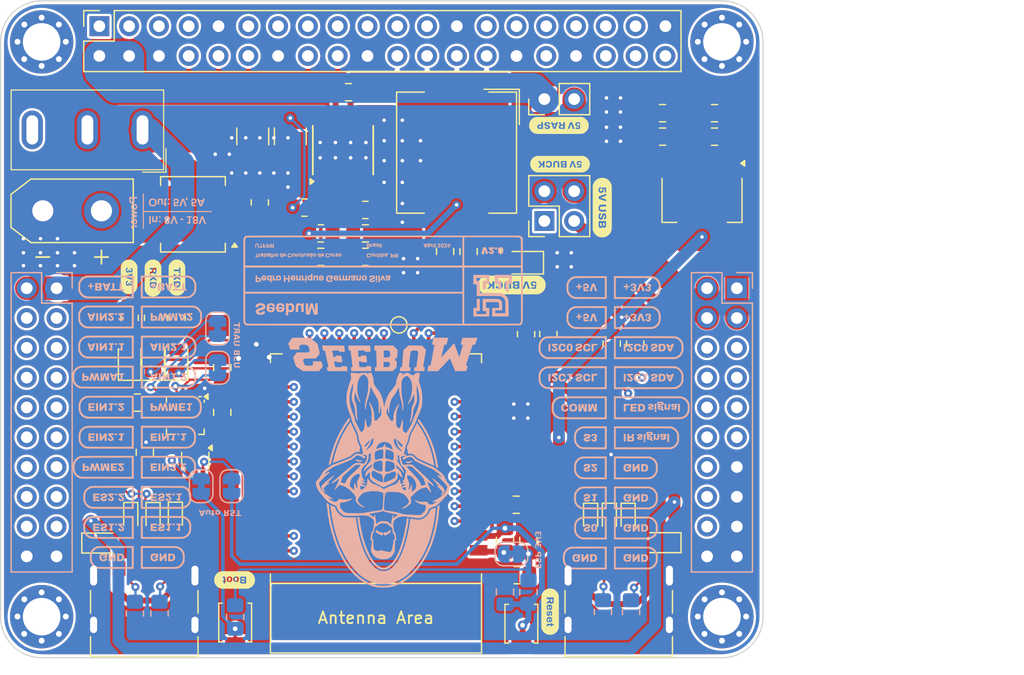
<source format=kicad_pcb>
(kicad_pcb (version 20240108) (generator "pcbnew") (generator_version "8.0")
  (layers (0 "F.Cu" signal) (1 "In1.Cu" signal) (2 "In2.Cu" signal) (31 "B.Cu" signal) (34 "B.Paste" user) (35 "F.Paste" user) (36 "B.SilkS" user "B.Silkscreen") (37 "F.SilkS" user "F.Silkscreen") (38 "B.Mask" user) (39 "F.Mask" user) (44 "Edge.Cuts" user))
  (net 0 "")
  (net 1 "+3V3")
  (net 2 "GND")
  (net 3 "/ESP32/CHIP_PU")
  (net 4 "+5V")
  (net 5 "VBUS")
  (net 6 "Net-(U202-VDD5)")
  (net 7 "Net-(U202-VIO)")
  (net 8 "Net-(U301-VREG5)")
  (net 9 "+BATT")
  (net 10 "Net-(U301-VBST)")
  (net 11 "Net-(U301-SW)")
  (net 12 "Net-(U301-VFB)")
  (net 13 "Net-(D201-A)")
  (net 14 "Net-(D202-A)")
  (net 15 "/ESP32/U0RXD")
  (net 16 "Net-(D203-A)")
  (net 17 "/ESP32/U0TXD")
  (net 18 "/ESP32/D+")
  (net 19 "/ESP32/D-")
  (net 20 "/ESP32/GPIO20")
  (net 21 "/ESP32/GPIO19")
  (net 22 "Net-(D301-A)")
  (net 23 "Net-(J101-Pin_2)")
  (net 24 "/5V_RASP")
  (net 26 "/5V_PSU")
  (net 27 "/5V_ESP32")
  (net 29 "Net-(J201-CC1)")
  (net 30 "Net-(J201-CC2)")
  (net 33 "Net-(J202-CC1)")
  (net 34 "Net-(J202-CC2)")
  (net 62 "/ESP32/ESP32_3V3")
  (net 63 "Net-(JP202-B)")
  (net 64 "Net-(JP203-B)")
  (net 65 "/ESP32/GPIO5")
  (net 66 "Net-(JP206-A)")
  (net 67 "Net-(JP207-A)")
  (net 68 "/ESP32/GPIO0")
  (net 69 "Net-(Q101-G)")
  (net 70 "Net-(Q101-S)")
  (net 71 "/ESP32/RTS")
  (net 72 "/ESP32/DTR")
  (net 73 "Net-(U301-EN)")
  (net 74 "Net-(U301-PG)")
  (net 76 "/ESP32/AIN1.2")
  (net 77 "/ESP32/EIN2.2")
  (net 78 "/ESP32/GPIO7")
  (net 79 "/ESP32/AIN1.1")
  (net 80 "/ESP32/EIN1.1")
  (net 81 "/ESP32/EIN1.2")
  (net 82 "/ESP32/GPIO12")
  (net 83 "/ESP32/GPIO18")
  (net 84 "/ESP32/COMM")
  (net 86 "/ESP32/GPIO6")
  (net 87 "/ESP32/AIN2.2")
  (net 88 "/ESP32/E1_Signal2")
  (net 90 "/ESP32/E2_Signal2")
  (net 96 "/ESP32/E2_Signal1")
  (net 97 "/ESP32/EIN2.1")
  (net 98 "/ESP32/GPIO48")
  (net 101 "/ESP32/GPIO40")
  (net 102 "/ESP32/GPIO35")
  (net 103 "/ESP32/E1_Signal1")
  (net 104 "/ESP32/GPIO8")
  (net 105 "/ESP32/GPIO15")
  (net 106 "/ESP32/GPIO16")
  (net 107 "/ESP32/GPIO11")
  (net 108 "/ESP32/GPIO4")
  (net 109 "/ESP32/GPIO10")
  (net 110 "/ESP32/GPIO9")
  (net 111 "/ESP32/AIN2.1")
  (footprint "Resistor_SMD:R_0805_2012Metric_Pad1.20x1.40mm_HandSolder" (layer "F.Cu") (at 161.0475 104.585 90)
    (property "Reference" "R201" (hide yes))
    (property "Value" "10k")
  )
  (footprint "Capacitor_SMD:C_0805_2012Metric_Pad1.18x1.45mm_HandSolder" (layer "F.Cu") (at 162.01 101.585)
    (property "Reference" "C203" (hide yes))
    (property "Value" "1u")
  )
  (footprint "LED_SMD:LED_0805_2012Metric" (layer "F.Cu") (at 129.0475 89.29 90)
    (property "Reference" "D201" (hide yes))
    (property "Value" "RED")
  )
  (footprint "Custom:M2.5M3" (layer "F.Cu") (at 179.5475 62.125)
    (property "Reference" "H102" (hide yes))
    (property "Value" "MountingHole")
  )
  (footprint "Resistor_SMD:R_0805_2012Metric" (layer "F.Cu") (at 164.7475 87.04 90)
    (property "Reference" "R103" (hide yes))
    (property "Value" "4k7")
  )
  (footprint "Capacitor_SMD:C_0805_2012Metric_Pad1.18x1.45mm_HandSolder" (layer "F.Cu") (at 130.3475 97.115 90)
    (property "Reference" "C209" (hide yes))
    (property "Value" "10u")
  )
  (footprint "Resistor_SMD:R_0805_2012Metric" (layer "F.Cu") (at 170.1475 87.8525 -90)
    (property "Reference" "R211" (hide yes))
    (property "Value" "4k7")
  )
  (footprint "Resistor_SMD:R_0805_2012Metric_Pad1.20x1.40mm_HandSolder" (layer "F.Cu") (at 149.1475 80.4525)
    (property "Reference" "R304" (hide yes))
    (property "Value" "49k9")
  )
  (footprint "Inductor_SMD:L_Bourns_SRP1050WA" (layer "F.Cu") (at 156.9225 71.565 -90)
    (property "Reference" "L301" (hide yes))
    (property "Value" "3u3")
  )
  (footprint "LOGO" (layer "F.Cu") (at 138 108 180)
    (property "Reference" "G***" (hide yes))
    (property "Value" "LOGO" (hide yes))
  )
  (footprint "Connector_PinSocket_2.54mm:PinSocket_2x20_P2.54mm_Vertical" (layer "F.Cu") (at 126.4675 60.785 90)
    (property "Reference" "J401" (hide yes))
    (property "Value" "GPIO")
  )
  (footprint "Custom:M2.5M3" (layer "F.Cu") (at 121.5475 111.125)
    (property "Reference" "H103" (hide yes))
    (property "Value" "MountingHole")
  )
  (footprint "Package_SO:SO-8_5.3x6.2mm_P1.27mm" (layer "F.Cu") (at 134.4475 76.825 180)
    (property "Reference" "Q101" (hide yes))
    (property "Value" "AO4407")
  )
  (footprint "Diode_SMD:D_SOD-323" (layer "F.Cu") (at 174.4475 104.817944 180)
    (property "Reference" "D210" (hide yes))
    (property "Value" "D_Schottky")
  )
  (footprint "Custom:M2.5M3" (layer "F.Cu") (at 179.5475 111.125)
    (property "Reference" "H104" (hide yes))
    (property "Value" "MountingHole")
  )
  (footprint "Package_TO_SOT_SMD:SOT-363_SC-70-6" (layer "F.Cu") (at 134.6475 97.815 -90)
    (property "Reference" "Q201" (hide yes))
    (property "Value" "UMH3N")
  )
  (footprint "LOGO" (layer "F.Cu") (at 165.7475 72.5525 180)
    (property "Reference" "G***" (hide yes))
    (property "Value" "LOGO" (hide yes))
  )
  (footprint "Resistor_SMD:R_0805_2012Metric" (layer "F.Cu") (at 172.1475 87.8525 90)
    (property "Reference" "R212" (hide yes))
    (property "Value" "4k7")
  )
  (footprint "Resistor_SMD:R_0805_2012Metric_Pad1.20x1.40mm_HandSolder" (layer "F.Cu") (at 133.0475 85.6525 -90)
    (property "Reference" "R206" (hide yes))
    (property "Value" "1k")
  )
  (footprint "Package_TO_SOT_SMD:SOT-223-3_TabPin2" (layer "F.Cu") (at 177.8475 75.6025 -90)
    (property "Reference" "U203" (hide yes))
    (property "Value" "AMS1117-3.3")
  )
  (footprint "Resistor_SMD:R_0805_2012Metric" (layer "F.Cu") (at 140.1475 75.8125 -90)
    (property "Reference" "R101" (hide yes))
    (property "Value" "2k")
  )
  (footprint "Package_DFN_QFN:TQFN-16-1EP_3x3mm_P0.5mm_EP1.23x1.23mm" (layer "F.Cu") (at 133.7975 93.9775 -90)
    (property "Reference" "U202" (hide yes))
    (property "Value" "CH343P")
  )
  (footprint "Diode_SMD:D_SOD-523" (layer "F.Cu") (at 171.5475 102.715 -90)
    (property "Reference" "D209" (hide yes))
    (property "Value" "D_TVS")
  )
  (footprint "Diode_SMD:D_SOD-523" (layer "F.Cu") (at 169.9475 102.715 -90)
    (property "Reference" "D211" (hide yes))
    (property "Value" "D_TVS")
  )
  (footprint "Resistor_SMD:R_0805_2012Metric_Pad1.20x1.40mm_HandSolder" (layer "F.Cu") (at 159.9475 79.9525 -90)
    (property "Reference" "R305" (hide yes))
    (property "Value" "1k")
  )
  (footprint "Capacitor_SMD:C_0805_2012Metric_Pad1.18x1.45mm_HandSolder" (layer "F.Cu") (at 178.91 68.2025)
    (property "Reference" "C206" (hide yes))
    (property "Value" "0u1")
  )
  (footprint "Custom:5Amp_Switch" (layer "F.Cu") (at 125.4475 69.625 180)
    (property "Reference" "SW101" (hide yes))
    (property "Value" "SW_DPDT_x2" (hide yes))
  )
  (footprint "Connector_PinHeader_2.54mm:PinHeader_2x02_P2.54mm_Vertical" (layer "F.Cu") (at 164.4075 77.3925 90)
    (property "Reference" "J102" (hide yes))
    (property "Value" "Conn_01x04_Pin")
  )
  (footprint "Diode_SMD:D_SOD-523" (layer "F.Cu") (at 132.9475 102.625 -90)
    (property "Reference" "D205" (hide yes))
    (property "Value" "D_TVS")
  )
  (footprint "Capacitor_SMD:C_0805_2012Metric_Pad1.18x1.45mm_HandSolder" (layer "F.Cu") (at 155.9475 79.99 -90)
    (property "Reference" "C307" (hide yes))
    (property "Value" "22u")
  )
  (footprint "LOGO" (layer "F.Cu") (at 164.9 110.7 -90)
    (property "Reference" "G***" (hide yes))
    (property "Value" "LOGO" (hide yes))
  )
  (footprint "Resistor_SMD:R_0805_2012Metric_Pad1.20x1.40mm_HandSolder" (layer "F.Cu") (at 131.0475 85.6525 -90)
    (property "Reference" "R205" (hide yes))
    (property "Value" "1k")
  )
  (footprint "TestPoint:TestPoint_Pad_D1.0mm" (layer "F.Cu") (at 152.0025 86.2525)
    (property "Reference" "TP201" (hide yes))
    (property "Value" "TestPoint")
  )
  (footprint "Connector_USB:USB_C_Receptacle_G-Switch_GT-USB-7010ASV" (layer "F.Cu") (at 130.2975 110.75)
    (property "Reference" "J201" (hide yes))
    (property "Value" "USB_C_Receptacle_USB2.0_16P")
  )
  (footprint "Package_SO:Texas_HSOP-8-1EP_3.9x4.9mm_P1.27mm_ThermalVias" (layer "F.Cu") (at 147.2425 71.3525 90)
    (property "Reference" "U301" (hide yes))
    (property "Value" "TPS56528")
  )
  (footprint "Capacitor_SMD:C_0805_2012Metric_Pad1.18x1.45mm_HandSolder" (layer "F.Cu") (at 129.71 92.8775 180)
    (property "Reference" "C210" (hide yes))
    (property "Value" "0U1")
  )
  (footprint "Resistor_SMD:R_0805_2012Metric" (layer "F.Cu") (at 162.8475 87.04 -90)
    (property "Reference" "R102" (hide yes))
    (property "Value" "4k7")
  )
  (footprint "Resistor_SMD:R_0805_2012Metric_Pad1.20x1.40mm_HandSolder" (layer "F.Cu") (at 129.0475 85.6525 -90)
    (property "Reference" "R204" (hide yes))
    (property "Value" "1k")
  )
  (footprint "Diode_SMD:D_SOD-523" (layer "F.Cu") (at 168.3475 102.715 -90)
    (property "Reference" "D208" (hide yes))
    (property "Value" "D_TVS")
  )
  (footprint "PCM_Espressif:ESP32-S3-WROOM-1" (layer "F.Cu") (at 150.05 98.4725 180)
    (property "Reference" "U201" (hide yes))
    (property "Value" "ESP32-S3-WROOM-1")
  )
  (footprint "LOGO" (layer "F.Cu") (at 165.6475 69.2525 180)
    (property "Reference" "G***" (hide yes))
    (property "Value" "LOGO" (hide yes))
  )
  (footprint "LED_SMD:LED_0805_2012Metric" (layer "F.Cu") (at 162.6475 80.9525 180)
    (property "Reference" "D301" (hide yes))
    (property "Value" "RED")
  )
  (footprint "Resistor_SMD:R_0805_2012Metric_Pad1.20x1.40mm_HandSolder" (layer "F.Cu") (at 149.1475 76.4525)
    (property "Reference" "R302" (hide yes))
    (property "Value" "105k")
  )
  (footprint "Diode_SMD:D_SOD-323" (layer "F.Cu") (at 126.584556 104.85)
    (property "Reference" "D204" (hide yes))
    (property "Value" "D_Schottky")
  )
  (footprint "Capacitor_SMD:C_0805_2012Metric_Pad1.18x1.45mm_HandSolder" (layer "F.Cu") (at 136.9475 89.89 -90)
    (property "Reference" "C211" (hide yes))
    (property "Value" "0u1")
  )
  (footprint "LED_SMD:LED_0805_2012Metric" (layer "F.Cu") (at 131.0475 89.29 90)
    (property "Reference" "D202" (hide yes))
    (property "Value" "BLUE")
  )
  (footprint "Connector_AMASS:AMASS_XT30UPB-M_1x02_P5.0mm_Vertical" (layer "F.Cu") (at 121.6475 76.525)
    (property "Reference" "J101" (hide yes))
    (property "Value" "Conn_01x02_Pin")
  )
  (footprint "Capacitor_SMD:C_0805_2012Metric_Pad1.18x1.45mm_HandSolder" (layer "F.Cu") (at 145.3475 80.4525)
    (property "Reference" "C304" (hide yes))
    (property "Value" "5p1")
  )
  (footprint "Custom:M2.5M3" (layer "F.Cu") (at 121.5475 62.125)
    (property "Reference" "H101" (hide yes))
    (property "Value" "MountingHole")
  )
  (footprint "Button_Switch_SMD:SW_SPST_B3U-1000P" (layer "F.Cu") (at 162.4475 111.725 90)
    (property "Reference" "SW201" (hide yes))
    (property "Value" "SW_MEC_5E")
  )
  (footprint "Capacitor_SMD:C_0805_2012Metric_Pad1.18x1.45mm_HandSolder" (layer "F.Cu") (at 162.085 107.585 180)
    (property "Reference" "C201" (hide yes))
    (property "Value" "10u")
  )
  (footprint "Capacitor_SMD:C_1210_3225Metric_Pad1.33x2.70mm_HandSolder" (layer "F.Cu") (at 139.5475 70.1775 -90)
    (property "Reference" "C302" (hide yes))
    (property "Value" "10u")
  )
  (footprint "Diode_SMD:D_SOD-523" (layer "F.Cu") (at 131.0475 102.6525 -90)
    (property "Reference" "D206" (hide yes))
    (property "Value" "D_TVS")
  )
  (footprint "Button_Switch_SMD:SW_SPST_B3U-1000P" (layer "F.Cu") (at 138.0475 111.625 90)
    (property "Reference" "SW202" (hide yes))
    (property "Value" "SW_MEC_5E")
  )
  (footprint "LED_SMD:LED_0805_2012Metric" (layer "F.Cu") (at 133.0475 89.29 90)
    (property "Reference" "D203" (hide yes))
    (property "Value" "GREEN")
  )
  (footprint "Capacitor_SMD:C_1210_3225Metric_Pad1.33x2.70mm_HandSolder" (layer "F.Cu") (at 142.7475 70.1775 -90)
    (property "Reference" "C306" (hide yes))
    (property "Value" "10u")
  )
  (footprint "Diode_SMD:D_SOD-523" (layer "F.Cu") (at 129.1475 102.6525 -90)
    (property "Reference" "D207" (hide yes))
    (property "Value" "D_TVS")
  )
  (footprint "LOGO" (layer "F.Cu") (at 169.3475 76.2525 -90)
    (property "Reference" "G***" (hide yes))
    (property "Value" "LOGO" (hide yes))
  )
  (footprint "Capacitor_SMD:C_0805_2012Metric_Pad1.18x1.45mm_HandSolder" (layer "F.Cu") (at 149.1475 78.4525)
    (property "Reference" "C301" (hide yes))
    (property "Value" "470n")
  )
  (footprint "Connector_USB:USB_C_Receptacle_G-Switch_GT-USB-7010ASV" (layer "F.Cu") (at 170.7475 110.75)
    (property "Reference" "J202" (hide yes))
    (property "Value" "USB_C_Receptacle_USB2.0_16P")
  )
  (footprint "Resistor_SMD:R_0805_2012Metric_Pad1.20x1.40mm_HandSolder" (layer "F.Cu") (at 145.3475 78.4525)
    (property "Reference" "R303" (hide yes))
    (property "Value" "365k")
  )
  (footprint "Capacitor_SMD:C_0805_2012Metric_Pad1.18x1.45mm_HandSolder" (layer "F.Cu") (at 174.485 70.2025 180)
    (property "Reference" "C205" (hide yes))
    (property "Value" "0u1")
  )
  (footprint "Capacitor_SMD:C_0805_2012Metric_Pad1.18x1.45mm_HandSolder" (layer "F.Cu") (at 178.91 70.2025)
    (property "Reference" "C207" (hide yes))
    (property "Value" "10u")
  )
  (footprint "LOGO" (layer "F.Cu") (at 161.6475 82.8525 180)
    (property "Reference" "G***" (hide yes))
    (property "Value" "LOGO" (hide yes))
  )
  (footprint "Capacitor_SMD:C_0805_2012Metric_Pad1.18x1.45mm_HandSolder" (layer "F.Cu") (at 136.9475 93.715 90)
    (property "Reference" "C212" (hide yes))
    (property "Value" "0u1")
  )
  (footprint "Connector_PinHeader_2.54mm:PinHeader_1x02_P2.54mm_Vertical" (layer "F.Cu") (at 164.4075 67.0025 90)
    (property "Reference" "J103" (hide yes))
    (property "Value" "Conn_01x02_Pin")
  )
  (footprint "Resistor_SMD:R_0805_2012Metric_Pad1.20x1.40mm_HandSolder" (layer "F.Cu") (at 143.9475 76.2525)
    (property "Reference" "R301" (hide yes))
    (property "Value" "10k")
  )
  (footprint "Capacitor_SMD:C_0805_2012Metric_Pad1.18x1.45mm_HandSolder" (layer "F.Cu") (at 157.9475 79.99 -90)
    (property "Reference" "C305" (hide yes))
    (property "Value" "22u")
  )
  (footprint "Capacitor_SMD:C_0805_2012Metric_Pad1.18x1.45mm_HandSolder" (layer "F.Cu") (at 174.485 68.2025 180)
    (property "Reference" "C204" (hide yes))
    (property "Value" "10u")
  )
  (footprint "LOGO" (layer "F.Cu") (at 131.0475 82.2525 -90)
    (property "Reference" "G***" (hide yes))
    (property "Value" "LOGO" (hide yes))
  )
  (footprint "Capacitor_SMD:C_0805_2012Metric_Pad1.18x1.45mm_HandSolder" (layer "F.Cu") (at 163.0475 104.6225 90)
    (property "Reference" "C202" (hide yes))
    (property "Value" "0u1")
  )
  (footprint "Capacitor_SMD:C_0805_2012Metric_Pad1.18x1.45mm_HandSolder" (layer "F.Cu") (at 147.71 66.415)
    (property "Reference" "C303" (hide yes))
    (property "Value" "0u1")
  )
  (footprint "LOGO" (layer "B.Cu") (at 129.6975 94.5525)
    (property "Reference" "G***" (hide yes))
    (property "Value" "LOGO" (hide yes))
  )
  (footprint "Connector_PinHeader_2.54mm:PinHeader_2x10_P2.54mm_Vertical" (layer "B.Cu") (at 122.8175 83.125 180)
    (property "Reference" "J203" (hide yes))
    (property "Value" "Conn_02x10_Odd_Even")
  )
  (footprint "Jumper:SolderJumper-2_P1.3mm_Bridged_RoundedPad1.0x1.5mm" (layer "B.Cu") (at 161.5975 105.785)
    (property "Reference" "JP201" (hide yes))
    (property "Value" "SolderJumper_2_Bridged")
  )
  (footprint "Resistor_SMD:R_0805_2012Metric_Pad1.20x1.40mm_HandSolder" (layer "B.Cu") (at 163.0475 109.025 -90)
    (property "Reference" "R202" (hide yes))
    (property "Value" "10k")
  )
  (footprint "Jumper:SolderJumper-2_P1.3mm_Bridged_RoundedPad1.0x1.5mm" (layer "B.Cu") (at 136.5475 86.565 -90)
    (property "Reference" "JP202" (hide yes))
    (property "Value" "SolderJumper_2_Bridged")
  )
  (footprint "Connector_PinHeader_2.54mm:PinHeader_2x10_P2.54mm_Vertical" (layer "B.Cu") (at 180.8175 83.125 180)
    (property "Reference" "J204" (hide yes))
    (property "Value" "Conn_02x10_Odd_Even")
  )
  (footprint "LOGO" (layer "B.Cu") (at 150.6475 93.6525)
    (property "Reference" "G***" (hide yes))
    (property "Value" "LOGO" (hide yes))
  )
  (footprint "LOGO" (layer "B.Cu") (at 132.4475 76.5525)
    (property "Reference" "G***" (hide yes))
    (property "Value" "LOGO" (hide yes))
  )
  (footprint "Jumper:SolderJumper-2_P1.3mm_Bridged_RoundedPad1.0x1.5mm" (layer "B.Cu") (at 136.5475 89.9025 -90)
    (property "Reference" "JP203" (hide yes))
    (property "Value" "SolderJumper_2_Bridged")
  )
  (footprint "Resistor_SMD:R_0805_2012Metric_Pad1.20x1.40mm_HandSolder" (layer "B.Cu") (at 129.4975 110.85 -90)
    (property "Reference" "R207" (hide yes))
    (property "Value" "5k1")
  )
  (footprint "Resistor_SMD:R_0805_2012Metric_Pad1.20x1.40mm_HandSolder" (layer "B.Cu") (at 131.5975 110.85 -90)
    (property "Reference" "R208" (hide yes))
    (property "Value" "5k1")
  )
  (footprint "Jumper:SolderJumper-2_P1.3mm_Bridged_RoundedPad1.0x1.5mm" (layer "B.Cu") (at 137.7475 100.0025 -90)
    (property "Reference" "JP206" (hide yes))
    (property "Value" "SolderJumper_2_Bridged")
  )
  (footprint "Resistor_SMD:R_0805_2012Metric_Pad1.20x1.40mm_HandSolder" (layer "B.Cu") (at 169.3975 110.725 -90)
    (property "Reference" "R209" (hide yes))
    (property "Value" "5k1")
  )
  (footprint "Capacitor_SMD:C_0805_2012Metric_Pad1.18x1.45mm_HandSolder" (layer "B.Cu") (at 161.0475 109.025 90)
    (property "Reference" "C208" (hide yes))
    (property "Value" "1u")
  )
  (footprint "Resistor_SMD:R_0805_2012Metric_Pad1.20x1.40mm_HandSolder" (layer "B.Cu") (at 171.7975 110.725 -90)
    (property "Reference" "R210" (hide yes))
    (property "Value" "5k1")
  )
  (footprint "Resistor_SMD:R_0805_2012Metric_Pad1.20x1.40mm_HandSolder" (layer "B.Cu") (at 138.0475 111.1525 -90)
    (property "Reference" "R203" (hide yes))
    (property "Value" "10k")
  )
  (footprint "Jumper:SolderJumper-2_P1.3mm_Bridged_RoundedPad1.0x1.5mm" (layer "B.Cu") (at 135.1475 100.0025 -90)
    (property "Reference" "JP207" (hide yes))
    (property "Value" "SolderJumper_2_Bridged")
  )
  (footprint "LOGO" (layer "B.Cu") (at 170.3475 94.6025)
    (property "Reference" "G***" (hide yes))
    (property "Value" "LOGO" (hide yes))
  )
  (gr_line (start 121.5475 114.625) (end 179.5475 114.625) (stroke (width 0.1)) (layer "Edge.Cuts"))
  (gr_arc (start 179.5475 58.625) (mid 182.022374 59.650126) (end 183.047499 62.125) (stroke (width 0.1)) (layer "Edge.Cuts"))
  (gr_line (start 183.0475 62.125) (end 183.0475 111.125) (stroke (width 0.1)) (layer "Edge.Cuts"))
  (gr_arc (start 118.047501 62.125) (mid 119.072627 59.650127) (end 121.5475 58.625) (stroke (width 0.1)) (layer "Edge.Cuts"))
  (gr_line (start 121.5475 58.625) (end 179.5475 58.625) (stroke (width 0.1)) (layer "Edge.Cuts"))
  (gr_arc (start 121.5475 114.625) (mid 119.072626 113.599874) (end 118.0475 111.125) (stroke (width 0.1)) (layer "Edge.Cuts"))
  (gr_line (start 118.0475 62.125) (end 118.0475 111.125) (stroke (width 0.1)) (layer "Edge.Cuts"))
  (gr_arc (start 183.0475 111.125) (mid 182.022374 113.599874) (end 179.5475 114.625) (stroke (width 0.1)) (layer "Edge.Cuts"))
  (gr_text "Auto RST" (at 134.9475 101.9525 180) (layer "B.SilkS") (effects (font (size 0.5 0.5) (thickness 0.125)) (justify left bottom mirror)))
  (gr_text "USB UART" (at 137.8475 89.9525 270) (layer "B.SilkS") (effects (font (size 0.5 0.5) (thickness 0.125)) (justify left bottom mirror)))
  (gr_text "ESP 3V3" (at 163.5475 107.0525 270) (layer "B.SilkS") (effects (font (size 0.5 0.5) (thickness 0.125)) (justify left bottom mirror)))
  (segment (start 165.6475 95.8525) (end 165.6475 103.855038) (width 1) (layer "F.Cu") (net 1))
  (segment (start 132.36 93.7275) (end 131.5975 93.7275) (width 0.2) (layer "F.Cu") (net 1))
  (segment (start 163.14 105.7525) (end 163.0475 105.7525) (width 0.5) (layer "F.Cu") (net 1))
  (segment (start 163.1225 105.735) (end 163.14 105.7525) (width 0.5) (layer "F.Cu") (net 1))
  (segment (start 162.8225 86.1275) (end 161.3475 84.6525) (width 0.3) (layer "F.Cu") (net 1))
  (segment (start 165.6475 103.855038) (end 163.842538 105.66) (width 1) (layer "F.Cu") (net 1))
  (segment (start 170.1475 86.94) (end 171.1475 86.94) (width 0.2) (layer "F.Cu") (net 1))
  (segment (start 171.1475 86.94) (end 172.1475 86.94) (width 0.2) (layer "F.Cu") (net 1))
  (segment (start 170.0475 84.6525) (end 170.9975 85.6025) (width 1) (layer "F.Cu") (net 1))
  (segment (start 131.5975 93.7275) (end 130.7475 92.8775) (width 0.2) (layer "F.Cu") (net 1))
  (segment (start 163.1225 107.585) (end 163.1225 105.735) (width 0.5) (layer "F.Cu") (net 1))
  (segment (start 130.7475 92.8775) (end 129.3225 91.4525) (width 0.5) (layer "F.Cu") (net 1))
  (segment (start 133.0475 84.6525) (end 161.3475 84.6525) (width 1) (layer "F.Cu") (net 1))
  (segment (start 129.3225 91.4525) (end 127.8475 91.4525) (width 0.5) (layer "F.Cu") (net 1))
  (segment (start 164.7475 85.9525) (end 163.4475 84.6525) (width 0.3) (layer "F.Cu") (net 1))
  (segment (start 163.4475 84.6525) (end 170.0475 84.6525) (width 1) (layer "F.Cu") (net 1))
  (segment (start 180.8175 83.125) (end 180.8175 81.7225) (width 2) (layer "F.Cu") (net 1))
  (segment (start 126.8475 90.4525) (end 126.8475 86.1525) (width 0.5) (layer "F.Cu") (net 1))
  (segment (start 126.8475 86.1525) (end 128.3475 84.6525) (width 0.5) (layer "F.Cu") (net 1))
  (segment (start 171.1475 86.94) (end 171.1475 85.7525) (width 0.2) (layer "F.Cu") (net 1))
  (segment (start 171.1475 85.7525) (end 170.9975 85.6025) (width 0.2) (layer "F.Cu") (net 1))
  (segment (start 163.0475 105.66) (end 163.0475 105.66) (width 0.5) (layer "F.Cu") (net 1))
  (segment (start 128.3475 84.6525) (end 129.0475 84.6525) (width 0.5) (layer "F.Cu") (net 1))
  (segment (start 180.8175 81.7225) (end 177.8475 78.7525) (width 2) (layer "F.Cu") (net 1))
  (segment (start 163.0475 105.7525) (end 163.0475 105.66) (width 0.5) (layer "F.Cu") (net 1))
  (segment (start 163.842538 105.66) (end 163.0475 105.66) (width 1) (layer "F.Cu") (net 1))
  (segment (start 127.8475 91.4525) (end 126.8475 90.4525) (width 0.5) (layer "F.Cu") (net 1))
  (segment (start 162.8475 86.1275) (end 162.8225 86.1275) (width 0.3) (layer "F.Cu") (net 1))
  (segment (start 129.0475 84.6525) (end 133.0475 84.6525) (width 1) (layer "F.Cu") (net 1))
  (segment (start 161.3475 84.6525) (end 163.4475 84.6525) (width 1) (layer "F.Cu") (net 1))
  (segment (start 180.8175 85.665) (end 180.8175 83.125) (width 2) (layer "F.Cu") (net 1))
  (segment (start 164.7475 86.1275) (end 164.7475 85.9525) (width 0.3) (layer "F.Cu") (net 1))
  (via (at 163.0475 105.7525) (size 0.8) (drill 0.4) (layers "F.Cu" "B.Cu") (net 1))
  (via (at 177.8475 78.7525) (size 0.7) (drill 0.3) (layers "F.Cu" "B.Cu") (net 1))
  (via (at 165.6475 95.8525) (size 0.7) (drill 0.3) (layers "F.Cu" "B.Cu") (net 1))
  (via (at 170.9975 85.6025) (size 0.7) (drill 0.3) (layers "F.Cu" "B.Cu") (net 1))
  (segment (start 163.0475 105.7525) (end 162.28 105.7525) (width 0.5) (layer "B.Cu") (net 1))
  (segment (start 162.7 107.1) (end 163.0475 106.7525) (width 0.2) (layer "B.Cu") (net 1))
  (segment (start 165.6475 90.9525) (end 165.6475 95.8525) (width 1) (layer "B.Cu") (net 1))
  (segment (start 162.28 105.7525) (end 162.2475 105.785) (width 0.5) (layer "B.Cu") (net 1))
  (segment (start 138.0475 110.1525) (end 138.0475 107.5525) (width 0.2) (layer "B.Cu") (net 1))
  (segment (start 163.0475 108.025) (end 163.0475 106.7525) (width 0.5) (layer "B.Cu") (net 1))
  (segment (start 138.0475 107.5525) (end 138.5 107.1) (width 0.2) (layer "B.Cu") (net 1))
  (segment (start 177.8475 78.7525) (end 170.9975 85.6025) (width 1) (layer "B.Cu") (net 1))
  (segment (start 170.9975 85.6025) (end 165.6475 90.9525) (width 1) (layer "B.Cu") (net 1))
  (segment (start 163.0475 106.7525) (end 163.0475 105.7525) (width 0.5) (layer "B.Cu") (net 1))
  (segment (start 138.5 107.1) (end 162.7 107.1) (width 0.2) (layer "B.Cu") (net 1))
  (segment (start 134.0475 92.54) (end 134.0475 93.7275) (width 0.2) (layer "F.Cu") (net 2))
  (segment (start 159.6475 107.585) (end 158.8475 106.785) (width 0.5) (layer "F.Cu") (net 2))
  (segment (start 134.0475 92.113114) (end 134.508114 91.6525) (width 0.2) (layer "F.Cu") (net 2))
  (segment (start 134.0475 93.7275) (end 133.7975 93.9775) (width 0.2) (layer "F.Cu") (net 2))
  (segment (start 134.0475 92.54) (end 134.0475 92.113114) (width 0.2) (layer "F.Cu") (net 2))
  (segment (start 134.508114 91.6525) (end 135.4475 91.6525) (width 0.2) (layer "F.Cu") (net 2))
  (segment (start 161.0475 107.585) (end 159.6475 107.585) (width 0.5) (layer "F.Cu") (net 2))
  (via (at 152.4 80.6) (size 0.7) (drill 0.3) (layers "F.Cu" "B.Cu") (net 2))
  (via (at 150.7475 70.5525) (size 0.7) (drill 0.3) (layers "F.Cu" "B.Cu") (net 2))
  (via (at 142.5475 74.5025) (size 0.7) (drill 0.3) (layers "F.Cu" "B.Cu") (net 2))
  (via (at 142.5475 73.3025) (size 0.7) (drill 0.3) (layers "F.Cu" "B.Cu") (net 2))
  (via (at 138.9475 73.3025) (size 0.7) (drill 0.3) (layers "F.Cu" "B.Cu") (net 2))
  (via (at 153.6 81.8) (size 0.7) (drill 0.3) (layers "F.Cu" "B.Cu") (net 2))
  (via (at 169.7 69.4) (size 0.7) (drill 0.3) (layers "F.Cu" "B.Cu") (net 2))
  (via (at 121.4475 81.2025) (size 0.7) (drill 0.3) (layers "F.Cu" "B.Cu") (net 2))
  (via (at 152.4 81.8) (size 0.7) (drill 0.3) (layers "F.Cu" "B.Cu") (net 2))
  (via (at 163 94.2) (size 0.7) (drill 0.3) (layers "F.Cu" "B.Cu") (net 2))
  (via (at 152.2975 70.5525) (size 0.7) (drill 0.3) (layers "F.Cu" "B.Cu") (net 2))
  (via (at 170.9 66.9) (size 0.7) (drill 0.3) (layers "F.Cu" "B.Cu") (net 2))
  (via (at 153.6 80.6) (size 0.7) (drill 0.3) (layers "F.Cu" "B.Cu") (net 2))
  (via (at 161.8 94.2) (size 0.7) (drill 0.3) (layers "F.Cu" "B.Cu") (net 2))
  (via (at 170.0975 97.3025) (size 0.7) (drill 0.3) (layers "F.Cu" "B.Cu") (net 2))
  (via (at 150.7475 72.2525) (size 0.7) (drill 0.3) (layers "F.Cu" "B.Cu") (net 2))
  (via (at 170.9 68.1) (size 0.7) (drill 0.3) (layers "F.Cu" "B.Cu") (net 2))
  (via (at 137.5475 71.7025) (size 0.7) (drill 0.3) (layers "F.Cu" "B.Cu") (net 2))
  (via (at 152.2975 72.2525) (size 0.7) (drill 0.3) (layers "F.Cu" "B.Cu") (net 2))
  (via (at 124.3475 81.2025) (size 0.7) (drill 0.3) (layers "F.Cu" "B.Cu") (net 2))
  (via (at 137.7475 70.3025) (size 0.7) (drill 0.3) (layers "F.Cu" "B.Cu") (net 2))
  (via (at 137.7475 73.3025) (size 0.7) (drill 0.3) (layers "F.Cu" "B.Cu") (net 2))
  (via (at 138.3475 89.1025) (size 0.8) (drill 0.4) (layers "F.Cu" "B.Cu") (net 2))
  (via (at 119.9975 80.1025) (size 0.7) (drill 0.3) (layers "F.Cu" "B.Cu") (net 2))
  (via (at 121.4475 80.1025) (size 0.7) (drill 0.3) (layers "F.Cu" "B.Cu") (net 2))
  (via (at 152.3 75.9) (size 0.7) (drill 0.3) (layers "F.Cu" "B.Cu") (net 2))
  (via (at 119.9975 78.9025) (size 0.7) (drill 0.3) (layers "F.Cu" "B.Cu") (net 2))
  (via (at 150.7475 68.8025) (size 0.7) (drill 0.3) (layers "F.Cu" "B.Cu") (net 2))
  (via (at 169.7 70.6) (size 0.7) (drill 0.3) (layers "F.Cu" "B.Cu") (net 2))
  (via (at 152.2975 74.1025) (size 0.7) (drill 0.3) (layers "F.Cu" "B.Cu") (net 2))
  (via (at 139.8475 87.9025) (size 0.8) (drill 0.4) (layers "F.Cu" "B.Cu") (net 2))
  (via (at 124.3475 80.1025) (size 0.7) (drill 0.3) (layers "F.Cu" "B.Cu") (net 2))
  (via (at 152.3 77.5) (size 0.7) (drill 0.3) (layers "F.Cu" "B.Cu") (net 2))
  (via (at 140.1475 70.3025) (size 0.7) (drill 0.3) (layers "F.Cu" "B.Cu") (net 2))
  (via (at 122.8975 78.9025) (size 0.7) (drill 0.3) (layers "F.Cu" "B.Cu") (net 2))
  (via (at 141.3475 73.3025) (size 0.7) (drill 0.3) (layers "F.Cu" "B.Cu") (net 2))
  (via (at 138.9475 70.3025) (size 0.7) (drill 0.3) (layers "F.Cu" "B.Cu") (net 2))
  (via (at 140.9475 89.0025) (size 0.8) (drill 0.4) (layers "F.Cu" "B.Cu") (net 2))
  (via (at 141.3475 70.3025) (size 0.7) (drill 0.3) (layers "F.Cu" "B.Cu") (net 2))
  (via (at 166.7 81.3) (size 0.7) (drill 0.3) (layers "F.Cu" "B.Cu") (net 2))
  (via (at 170.9 69.4) (size 0.7) (drill 0.3) (layers "F.Cu" "B.Cu") (net 2))
  (via (at 136.3475 71.7025) (size 0.7) (drill 0.3) (layers "F.Cu" "B.Cu") (net 2))
  (via (at 142.5475 70.3025) (size 0.7) (drill 0.3) (layers "F.Cu" "B.Cu") (net 2))
  (via (at 130.4475 96.2525) (size 0.7) (drill 0.3) (layers "F.Cu" "B.Cu") (net 2))
  (via (at 153.8475 70.5525) (size 0.7) (drill 0.3) (layers "F.Cu" "B.Cu") (net 2))
  (via (at 166.7 80.1) (size 0.7) (drill 0.3) (layers "F.Cu" "B.Cu") (net 2))
  (via (at 170.9 70.6) (size 0.7) (drill 0.3) (layers "F.Cu" "B.Cu") (net 2))
  (via (at 152.2975 68.8025) (size 0.7) (drill 0.3) (layers "F.Cu" "B.Cu") (net 2))
  (via (at 169.7 66.9) (size 0.7) (drill 0.3) (layers "F.Cu" "B.Cu") (net 2))
  (via (at 150.7475 74.1025) (size 0.7) (drill 0.3) (layers "F.Cu" "B.Cu") (net 2))
  (via (at 165.5 80.1) (size 0.7) (drill 0.3) (layers "F.Cu" "B.Cu") (net 2))
  (via (at 135.4475 91.6525) (size 0.7) (drill 0.3) (layers "F.Cu" "B.Cu") (net 2))
  (via (at 122.8975 80.1025) (size 0.7) (drill 0.3) (layers "F.Cu" "B.Cu") (net 2))
  (via (at 163 93) (size 0.7) (drill 0.3) (layers "F.Cu" "B.Cu") (net 2))
  (via (at 121.4475 78.9025) (size 0.7) (drill 0.3) (layers "F.Cu" "B.Cu") (net 2))
  (via (at 140.1475 73.3025) (size 0.7) (drill 0.3) (layers "F.Cu" "B.Cu") (net 2))
  (via (at 161.8 93) (size 0.7) (drill 0.3) (layers "F.Cu" "B.Cu") (net 2))
  (via (at 169.7 68.1) (size 0.7) (drill 0.3) (layers "F.Cu" "B.Cu") (net 2))
  (via (at 165.5 81.3) (size 0.7) (drill 0.3) (layers "F.Cu" "B.Cu") (net 2))
  (via (at 153.8475 72.2525) (size 0.7) (drill 0.3) (layers "F.Cu" "B.Cu") (net 2))
  (via (at 122.8975 81.2025) (size 0.7) (drill 0.3) (layers "F.Cu" "B.Cu") (net 2))
  (via (at 119.9975 81.2025) (size 0.7) (drill 0.3) (layers "F.Cu" "B.Cu") (net 2))
  (segment (start 162.5475 113.325) (end 162.4475 113.425) (width 0.5) (layer "F.Cu") (net 3))
  (segment (start 160.3875 104.245) (end 161.0475 103.585) (width 0.5) (layer "F.Cu") (net 3))
  (segment (start 160.9725 101.585) (end 160.9725 103.51) (width 0.5) (layer "F.Cu") (net 3))
  (segment (start 162.5475 111.8525) (end 162.5475 113.325) (width 0.5) (layer "F.Cu") (net 3))
  (segment (start 160.9725 103.51) (end 161.0475 103.585) (width 0.5) (layer "F.Cu") (net 3))
  (segment (start 158.8475 104.245) (end 160.3875 104.245) (width 0.5) (layer "F.Cu") (net 3))
  (via (at 162.5475 111.8525) (size 0.8) (drill 0.4) (layers "F.Cu" "B.Cu") (net 3))
  (via (at 161.0475 103.585) (size 0.8) (drill 0.4) (layers "F.Cu" "B.Cu") (net 3))
  (segment (start 160.015 103.585) (end 161.0475 103.585) (width 0.3) (layer "B.Cu") (net 3))
  (segment (start 138.445 106.65) (end 156.95 106.65) (width 0.3) (layer "B.Cu") (net 3))
  (segment (start 164.1975 105.6025) (end 162.18 103.585) (width 0.5) (layer "B.Cu") (net 3))
  (segment (start 163.01 110.0625) (end 163.0475 110.025) (width 0.5) (layer "B.Cu") (net 3))
  (segment (start 163.0475 110.025) (end 164.1975 108.875) (width 0.5) (layer "B.Cu") (net 3))
  (segment (start 162.18 103.585) (end 161.0475 103.585) (width 0.5) (layer "B.Cu") (net 3))
  (segment (start 137.7475 105.9525) (end 138.445 106.65) (width 0.3) (layer "B.Cu") (net 3))
  (segment (start 164.1975 108.875) (end 164.1975 105.6025) (width 0.5) (layer "B.Cu") (net 3))
  (segment (start 163.0475 110.025) (end 163.0475 111.3525) (width 0.5) (layer "B.Cu") (net 3))
  (segment (start 161.0475 110.0625) (end 163.01 110.0625) (width 0.5) (layer "B.Cu") (net 3))
  (segment (start 156.95 106.65) (end 160.015 103.585) (width 0.3) (layer "B.Cu") (net 3))
  (segment (start 137.7475 100.6525) (end 137.7475 105.9525) (width 0.3) (layer "B.Cu") (net 3))
  (segment (start 163.0475 111.3525) (end 162.5475 111.8525) (width 0.5) (layer "B.Cu") (net 3))
  (segment (start 170.3475 74.8525) (end 166.9475 74.8525) (width 2) (layer "F.Cu") (net 4))
  (segment (start 178.2775 85.5825) (end 172.3475 79.6525) (width 2) (layer "F.Cu") (net 4))
  (segment (start 172.3475 74.4525) (end 174.3475 72.4525) (width 2) (layer "F.Cu") (net 4))
  (segment (start 166.9475 74.8525) (end 166.9475 67.0025) (width 2) (layer "F.Cu") (net 4))
  (segment (start 172.3475 76.8525) (end 172.3475 74.4525) (width 2) (layer "F.Cu") (net 4))
  (segment (start 174.3475 72.4525) (end 175.5475 72.4525) (width 2) (layer "F.Cu") (net 4))
  (segment (start 178.2775 85.665) (end 178.2775 85.5825) (width 2) (layer "F.Cu") (net 4))
  (segment (start 172.3475 76.8525) (end 170.3475 74.8525) (width 2) (layer "F.Cu") (net 4))
  (segment (start 172.3475 79.6525) (end 172.3475 76.8525) (width 2) (layer "F.Cu") (net 4))
  (segment (start 178.2775 85.665) (end 178.2775 83.125) (width 2) (layer "F.Cu") (net 4))
  (segment (start 127.8975 107.025) (end 127.8975 108.7025) (width 0.5) (layer "F.Cu") (net 5))
  (segment (start 127.8975 107.025) (end 127.8975 105.112944) (width 0.5) (layer "F.Cu") (net 5))
  (segment (start 173.1475 109.1525) (end 173.1475 107.025) (width 0.5) (layer "F.Cu") (net 5))
  (segment (start 132.6975 108.8025) (end 132.6975 107.025) (width 0.5) (layer "F.Cu") (net 5))
  (segment (start 173.1475 107.025) (end 173.1475 105.067944) (width 0.5) (layer "F.Cu") (net 5))
  (segment (start 132.0475 100.4525) (end 132.0475 100.2525) (width 0.5) (layer "F.Cu") (net 5))
  (segment (start 133.0475 95.415) (end 130.3475 98.115) (width 0.2) (layer "F.Cu") (net 5))
  (segment (start 132.0475 100.2525) (end 130.3475 98.5525) (width 0.5) (layer "F.Cu") (net 5))
  (segment (start 132.9475 103.325) (end 132.0475 102.425) (width 0.5) (layer "F.Cu") (net 5))
  (segment (start 168.3475 107.025) (end 168.3475 109.1525) (width 0.5) (layer "F.Cu") (net 5))
  (segment (start 168.3475 109.1525) (end 169.2475 110.0525) (width 0.5) (layer "F.Cu") (net 5))
  (segment (start 132.0475 102.425) (end 132.0475 100.4525) (width 0.5) (layer "F.Cu") (net 5))
  (segment (start 130.3475 98.115) (end 130.3475 98.1525) (width 0.2) (layer "F.Cu") (net 5))
  (segment (start 128.9475 109.7525) (end 131.7475 109.7525) (width 0.5) (layer "F.Cu") (net 5))
  (segment (start 172.2475 110.0525) (end 173.1475 109.1525) (width 0.5) (layer "F.Cu") (net 5))
  (segment (start 127.8975 108.7025) (end 128.9475 109.7525) (width 0.5) (layer "F.Cu") (net 5))
  (segment (start 168.3475 107.025) (end 168.3475 103.415) (width 0.5) (layer "F.Cu") (net 5))
  (segment (start 132.6975 103.575) (end 132.9475 103.325) (width 0.5) (layer "F.Cu") (net 5))
  (segment (start 132.6975 107.025) (end 132.6975 103.575) (width 0.5) (layer "F.Cu") (net 5))
  (segment (start 173.1475 105.067944) (end 173.3975 104.817944) (width 0.5) (layer "F.Cu") (net 5))
  (segment (start 130.3475 98.5525) (end 130.3475 98.1525) (width 0.5) (layer "F.Cu") (net 5))
  (segment (start 169.2475 110.0525) (end 172.2475 110.0525) (width 0.5) (layer "F.Cu") (net 5))
  (segment (start 131.7475 109.7525) (end 132.6975 108.8025) (width 0.5) (layer "F.Cu") (net 5))
  (segment (start 127.8975 105.112944) (end 127.634556 104.85) (width 0.5) (layer "F.Cu") (net 5))
  (segment (start 133.5475 92.54) (end 133.5475 91.771739) (width 0.2) (layer "F.Cu") (net 6))
  (segment (start 134.1725 90.9275) (end 136.9475 90.9275) (width 0.2) (layer "F.Cu") (net 6))
  (segment (start 133.5975 91.5025) (end 134.1725 90.9275) (width 0.2) (layer "F.Cu") (net 6))
  (segment (start 133.5475 91.771739) (end 133.5975 91.721739) (width 0.2) (layer "F.Cu") (net 6))
  (segment (start 133.5975 91.721739) (end 133.5975 91.5025) (width 0.2) (layer "F.Cu") (net 6))
  (segment (start 134.685 92.6775) (end 136.9475 92.6775) (width 0.2) (layer "F.Cu") (net 7))
  (segment (start 134.5475 92.54) (end 134.685 92.6775) (width 0.2) (layer "F.Cu") (net 7))
  (segment (start 148.11 76.49) (end 148.1475 76.4525) (width 0.5) (layer "F.Cu") (net 8))
  (segment (start 148.11 78.4525) (end 148.11 76.49) (width 0.5) (layer "F.Cu") (net 8))
  (segment (start 147.8775 76.1825) (end 148.1475 76.4525) (width 0.5) (layer "F.Cu") (net 8))
  (segment (start 147.8775 74.0525) (end 147.8775 76.1825) (width 0.5) (layer "F.Cu") (net 8))
  (segment (start 120.2775 83.125) (end 122.8175 83.125) (width 2) (layer "F.Cu") (net 9))
  (via (at 142.7475 68.615) (size 0.7) (drill 0.3) (layers "F.Cu" "B.Cu") (net 9))
  (via (at 142.9475 76.2525) (size 0.7) (drill 0.3) (layers "F.Cu" "B.Cu") (net 9))
  (segment (start 143.9475 75.2525) (end 143.9475 69.815) (width 0.2) (layer "B.Cu") (net 9))
  (segment (start 142.9475 76.2525) (end 143.9475 75.2525) (width 0.2) (layer "B.Cu") (net 9))
  (segment (start 122.8175 83.125) (end 127.975 83.125) (width 2) (layer "B.Cu") (net 9))
  (segment (start 127.975 83.125) (end 133.5475 77.5525) (width 2) (layer "B.Cu") (net 9))
  (segment (start 143.9475 69.815) (end 142.7475 68.615) (width 0.2) (layer "B.Cu") (net 9))
  (segment (start 133.5475 77.5525) (end 133.5475 72.4525) (width 2) (layer "B.Cu") (net 9))
  (segment (start 130.72 69.625) (end 130.1475 69.625) (width 2) (layer "B.Cu") (net 9))
  (segment (start 133.5475 72.4525) (end 130.72 69.625) (width 2) (layer "B.Cu") (net 9))
  (segment (start 146.6075 68.6525) (end 146.6075 66.48) (width 0.5) (layer "F.Cu") (net 10))
  (segment (start 146.6075 66.48) (end 146.6725 66.415) (width 0.5) (layer "F.Cu") (net 10))
  (segment (start 147.8775 68.6525) (end 147.8775 67.285) (width 0.5) (layer "F.Cu") (net 11))
  (segment (start 147.8775 67.285) (end 148.7475 66.415) (width 0.5) (layer "F.Cu") (net 11))
  (segment (start 146.6075 78.1925) (end 146.3475 78.4525) (width 0.5) (layer "F.Cu") (net 12))
  (segment (start 146.6075 74.0525) (end 146.6075 78.1925) (width 0.5) (layer "F.Cu") (net 12))
  (segment (start 148.1475 80.4525) (end 146.385 80.4525) (width 0.5) (layer "F.Cu") (net 12))
  (segment (start 146.385 78.49) (end 146.3475 78.4525) (width 0.5) (layer "F.Cu") (net 12))
  (segment (start 146.385 80.4525) (end 146.385 78.49) (width 0.5) (layer "F.Cu") (net 12))
  (segment (start 129.0475 86.6525) (end 129.0475 88.3525) (width 0.5) (layer "F.Cu") (net 13))
  (segment (start 131.0475 86.6525) (end 131.0475 88.3525) (width 0.5) (layer "F.Cu") (net 14))
  (segment (start 139.1475 100.9525) (end 139.9 101.705) (width 0.2) (layer "F.Cu") (net 15))
  (segment (start 134.1725 89.2275) (end 135.8475 87.5525) (width 0.2) (layer "F.Cu") (net 15))
  (segment (start 138.0475 87.5525) (end 139.1475 88.6525) (width 0.2) (layer "F.Cu") (net 15))
  (segment (start 130.8475 90.2525) (end 132.0475 89.2275) (width 0.2) (layer "F.Cu") (net 15))
  (segment (start 139.9 101.705) (end 141.3475 101.705) (width 0.2) (layer "F.Cu") (net 15))
  (segment (start 139.1475 88.6525) (end 139.1475 100.9525) (width 0.2) (layer "F.Cu") (net 15))
  (segment (start 135.8475 87.5525) (end 138.0475 87.5525) (width 0.2) (layer "F.Cu") (net 15))
  (segment (start 131.0475 90.2275) (end 130.8475 90.2525) (width 0.2) (layer "F.Cu") (net 15))
  (segment (start 132.0475 89.2275) (end 134.1725 89.2275) (width 0.2) (layer "F.Cu") (net 15))
  (via (at 130.8475 90.2525) (size 0.7) (drill 0.3) (layers "F.Cu" "B.Cu") (net 15))
  (segment (start 131.2475 90.2525) (end 135.585 85.915) (width 0.2) (layer "B.Cu") (net 15))
  (segment (start 135.585 85.915) (end 136.5475 85.915) (width 0.2) (layer "B.Cu") (net 15))
  (segment (start 130.8475 90.2525) (end 131.2475 90.2525) (width 0.2) (layer "B.Cu") (net 15))
  (segment (start 133.0475 86.6525) (end 133.0475 88.3525) (width 0.5) (layer "F.Cu") (net 16))
  (segment (start 137.7475 89.9525) (end 138.6975 90.9025) (width 0.2) (layer "F.Cu") (net 17))
  (segment (start 133.6475 89.9525) (end 137.7475 89.9525) (width 0.2) (layer "F.Cu") (net 17))
  (segment (start 133.0475 90.2275) (end 133.2475 90.3525) (width 0.2) (layer "F.Cu") (net 17))
  (segment (start 138.6975 101.2025) (end 140.47 102.975) (width 0.2) (layer "F.Cu") (net 17))
  (segment (start 140.47 102.975) (end 141.3475 102.975) (width 0.2) (layer "F.Cu") (net 17))
  (segment (start 133.2475 90.3525) (end 133.6475 89.9525) (width 0.2) (layer "F.Cu") (net 17))
  (segment (start 138.6975 90.9025) (end 138.6975 101.2025) (width 0.2) (layer "F.Cu") (net 17))
  (via (at 133.2475 90.3525) (size 0.7) (drill 0.3) (layers "F.Cu" "B.Cu") (net 17))
  (segment (start 133.2475 90.3525) (end 133.4925 90.3525) (width 0.2) (layer "B.Cu") (net 17))
  (segment (start 133.4925 90.3525) (end 134.5925 89.2525) (width 0.2) (layer "B.Cu") (net 17))
  (segment (start 134.5925 89.2525) (end 136.5475 89.2525) (width 0.2) (layer "B.Cu") (net 17))
  (segment (start 129.035 94.2275) (end 132.36 94.2275) (width 0.2) (layer "F.Cu") (net 18))
  (segment (start 130.3975 102.7025) (end 131.0475 103.3525) (width 0.2) (layer "F.Cu") (net 18))
  (segment (start 130.3975 100.7525) (end 130.3975 102.7025) (width 0.2) (layer "F.Cu") (net 18))
  (segment (start 128.1475 95.115) (end 128.1475 99.8525) (width 0.2) (layer "F.Cu") (net 18))
  (segment (start 131.0475 107.025) (end 131.0475 104.6525) (width 0.2) (layer "F.Cu") (net 18))
  (segment (start 129.1975 100.6525) (end 128.9475 100.6525) (width 0.2) (layer "F.Cu") (net 18))
  (segment (start 130.0475 107.025) (end 130.0475 105.6525) (width 0.2) (layer "F.Cu") (net 18))
  (segment (start 130.4975 100.6525) (end 130.3975 100.7525) (width 0.2) (layer "F.Cu") (net 18))
  (segment (start 128.1475 95.115) (end 129.035 94.2275) (width 0.2) (layer "F.Cu") (net 18))
  (segment (start 130.0475 105.6525) (end 131.0475 104.6525) (width 0.2) (layer "F.Cu") (net 18))
  (segment (start 128.9475 100.6525) (end 128.1475 99.8525) (width 0.2) (layer "F.Cu") (net 18))
  (segment (start 131.0475 104.6525) (end 131.0475 103.3525) (width 0.2) (layer "F.Cu") (net 18))
  (via (at 129.1975 100.6525) (size 0.7) (drill 0.3) (layers "F.Cu" "B.Cu") (net 18))
  (via (at 130.4975 100.6525) (size 0.7) (drill 0.3) (layers "F.Cu" "B.Cu") (net 18))
  (segment (start 129.1975 100.6525) (end 130.4975 100.6525) (width 0.2) (layer "B.Cu") (net 18))
  (segment (start 128.5475 95.3525) (end 129.1725 94.7275) (width 0.2) (layer "F.Cu") (net 19))
  (segment (start 128.5475 98.7525) (end 128.5475 95.3525) (width 0.2) (layer "F.Cu") (net 19))
  (segment (start 129.8475 102.6525) (end 129.8475 100.0525) (width 0.2) (layer "F.Cu") (net 19))
  (segment (start 129.1475 103.3525) (end 129.8475 102.6525) (width 0.2) (layer "F.Cu") (net 19))
  (segment (start 129.5475 107.025) (end 129.5475 105.3525) (width 0.2) (layer "F.Cu") (net 19))
  (segment (start 130.5475 107.025) (end 130.5475 107.895) (width 0.2) (layer "F.Cu") (net 19))
  (segment (start 130.4975 107.945) (end 129.6475 107.945) (width 0.2) (layer "F.Cu") (net 19))
  (segment (start 129.1725 94.7275) (end 132.36 94.7275) (width 0.2) (layer "F.Cu") (net 19))
  (segment (start 129.8475 100.0525) (end 128.5475 98.7525) (width 0.2) (layer "F.Cu") (net 19))
  (segment (start 129.1475 104.9525) (end 129.1475 103.3525) (width 0.2) (layer "F.Cu") (net 19))
  (segment (start 129.5475 107.845) (end 129.5475 107.025) (width 0.2) (layer "F.Cu") (net 19))
  (segment (start 129.5475 105.3525) (end 129.1475 104.9525) (width 0.2) (layer "F.Cu") (net 19))
  (segment (start 129.6475 107.945) (end 129.5475 107.845) (width 0.2) (layer "F.Cu") (net 19))
  (segment (start 130.5475 107.895) (end 130.4975 107.945) (width 0.2) (layer "F.Cu") (net 19))
  (segment (start 170.8975 95.3025) (end 165.87 90.275) (width 0.2) (layer "F.Cu") (net 20))
  (segment (start 171.4975 107.025) (end 171.4975 105.0525) (width 0.2) (layer "F.Cu") (net 20))
  (segment (start 170.4975 107.025) (end 170.4975 106.0525) (width 0.2) (layer "F.Cu") (net 20))
  (segment (start 170.8975 102.765) (end 170.8975 95.3025) (width 0.2) (layer "F.Cu") (net 20))
  (segment (start 170.4975 106.0525) (end 171.4975 105.0525) (width 0.2) (layer "F.Cu") (net 20))
  (segment (start 171.4975 103.465) (end 171.5475 103.415) (width 0.2) (layer "F.Cu") (net 20))
  (segment (start 171.4975 105.0525) (end 171.4975 103.465) (width 0.2) (layer "F.Cu") (net 20))
  (segment (start 171.5475 103.415) (end 170.8975 102.765) (width 0.2) (layer "F.Cu") (net 20))
  (segment (start 165.87 90.275) (end 158.8475 90.275) (width 0.2) (layer "F.Cu") (net 20))
  (segment (start 169.9975 103.465) (end 169.9475 103.415) (width 0.2) (layer "F.Cu") (net 21))
  (segment (start 170.84 108.0525) (end 170.9975 107.895) (width 0.2) (layer "F.Cu") (net 21))
  (segment (start 165.14 91.545) (end 158.8475 91.545) (width 0.2) (layer "F.Cu") (net 21))
  (segment (start 169.9975 107.895) (end 170.155 108.0525) (width 0.2) (layer "F.Cu") (net 21))
  (segment (start 170.9975 107.895) (end 170.9975 107.025) (width 0.2) (layer "F.Cu") (net 21))
  (segment (start 169.9975 107.025) (end 169.9975 107.895) (width 0.2) (layer "F.Cu") (net 21))
  (segment (start 169.2975 102.765) (end 169.2975 95.7025) (width 0.2) (layer "F.Cu") (net 21))
  (segment (start 169.2975 95.7025) (end 165.14 91.545) (width 0.2) (layer "F.Cu") (net 21))
  (segment (start 170.155 108.0525) (end 170.84 108.0525) (width 0.2) (layer "F.Cu") (net 21))
  (segment (start 169.9975 107.025) (end 169.9975 103.465) (width 0.2) (layer "F.Cu") (net 21))
  (segment (start 169.9475 103.415) (end 169.2975 102.765) (width 0.2) (layer "F.Cu") (net 21))
  (segment (start 161.71 80.9525) (end 159.9475 80.9525) (width 0.5) (layer "F.Cu") (net 22))
  (segment (start 164.4075 67.0025) (end 163.4575 66.0525) (width 2.54) (layer "B.Cu") (net 24))
  (segment (start 127.8475 66.0525) (end 126.4675 64.6725) (width 2.54) (layer "B.Cu") (net 24))
  (segment (start 163.4575 66.0525) (end 127.8475 66.0525) (width 2.54) (layer "B.Cu") (net 24))
  (segment (start 126.4675 64.6725) (end 126.4675 63.325) (width 2.54) (layer "B.Cu") (net 24))
  (segment (start 129.0075 63.325) (end 126.4675 63.325) (width 2.54) (layer "B.Cu") (net 24))
  (segment (start 129.0075 63.325) (end 129.0075 64.8925) (width 2.54) (layer "B.Cu") (net 24))
  (segment (start 129.0075 64.8925) (end 127.8475 66.0525) (width 2.54) (layer "B.Cu") (net 24))
  (segment (start 144.31 80.4525) (end 144.31 78.49) (width 0.5) (layer "F.Cu") (net 26))
  (segment (start 144.31 78.49) (end 144.3475 78.4525) (width 0.5) (layer "F.Cu") (net 26))
  (via (at 144.3475 78.4525) (size 0.7) (drill 0.3) (layers "F.Cu" "B.Cu") (net 26))
  (via (at 156.9225 76.015) (size 0.7) (drill 0.3) (layers "F.Cu" "B.Cu") (net 26))
  (segment (start 154.485 78.4525) (end 156.9225 76.015) (width 0.5) (layer "B.Cu") (net 26))
  (segment (start 144.3475 78.4525) (end 154.485 78.4525) (width 0.5) (layer "B.Cu") (net 26))
  (segment (start 175.4975 104.817944) (end 175.4975 85.9425) (width 1) (layer "F.Cu") (net 27))
  (segment (start 175.4975 85.9425) (end 166.9475 77.3925) (width 1) (layer "F.Cu") (net 27))
  (segment (start 125.534556 103.165444) (end 125.7475 102.9525) (width 1) (layer "F.Cu") (net 27))
  (segment (start 125.534556 104.85) (end 125.534556 103.165444) (width 1) (layer "F.Cu") (net 27))
  (via (at 125.7475 102.9525) (size 0.7) (drill 0.3) (layers "F.Cu" "B.Cu") (net 27))
  (via (at 175.4975 101.3525) (size 0.7) (drill 0.3) (layers "F.Cu" "B.Cu") (net 27))
  (segment (start 171.84793 113.825) (end 173.8475 111.82543) (width 1) (layer "B.Cu") (net 27))
  (segment (start 128.7475 113.825) (end 171.84793 113.825) (width 1) (layer "B.Cu") (net 27))
  (segment (start 125.7475 102.9525) (end 128.0975 105.3025) (width 1) (layer "B.Cu") (net 27))
  (segment (start 173.8475 111.82543) (end 173.8475 103.0025) (width 1) (layer "B.Cu") (net 27))
  (segment (start 173.8475 103.0025) (end 175.4975 101.3525) (width 1) (layer "B.Cu") (net 27))
  (segment (start 128.0975 113.175) (end 128.7475 113.825) (width 1) (layer "B.Cu") (net 27))
  (segment (start 128.0975 105.3025) (end 128.0975 113.175) (width 1) (layer "B.Cu") (net 27))
  (segment (start 129.0475 107.025) (end 129.0475 108.096128) (width 0.2) (layer "F.Cu") (net 29))
  (segment (start 129.0475 108.096128) (end 129.544182 108.59281) (width 0.2) (layer "F.Cu") (net 29))
  (via (at 129.544182 108.59281) (size 0.7) (drill 0.3) (layers "F.Cu" "B.Cu") (net 29))
  (segment (start 129.544182 109.803318) (end 129.4975 109.85) (width 0.2) (layer "B.Cu") (net 29))
  (segment (start 129.544182 108.59281) (end 129.544182 109.803318) (width 0.2) (layer "B.Cu") (net 29))
  (segment (start 132.0475 108.1525) (end 131.6475 108.5525) (width 0.2) (layer "F.Cu") (net 30))
  (segment (start 132.0475 107.025) (end 132.0475 108.1525) (width 0.2) (layer "F.Cu") (net 30))
  (via (at 131.6475 108.5525) (size 0.7) (drill 0.3) (layers "F.Cu" "B.Cu") (net 30))
  (segment (start 131.6475 109.8) (end 131.5975 109.85) (width 0.2) (layer "B.Cu") (net 30))
  (segment (start 131.6475 108.5525) (end 131.6475 109.8) (width 0.2) (layer "B.Cu") (net 30))
  (segment (start 169.4475 108.5525) (end 169.4975 108.5025) (width 0.2) (layer "F.Cu") (net 33))
  (segment (start 169.4975 108.5025) (end 169.4975 107.025) (width 0.2) (layer "F.Cu") (net 33))
  (via (at 169.4475 108.5525) (size 0.7) (drill 0.3) (layers "F.Cu" "B.Cu") (net 33))
  (segment (start 169.4475 109.675) (end 169.3975 109.725) (width 0.2) (layer "B.Cu") (net 33))
  (segment (start 169.4475 108.5525) (end 169.4475 109.675) (width 0.2) (layer "B.Cu") (net 33))
  (segment (start 172.0475 108.6525) (end 172.4975 108.2025) (width 0.2) (layer "F.Cu") (net 34))
  (segment (start 172.4975 108.2025) (end 172.4975 107.025) (width 0.2) (layer "F.Cu") (net 34))
  (via (at 172.0475 108.6525) (size 0.7) (drill 0.3) (layers "F.Cu" "B.Cu") (net 34))
  (segment (start 172.0475 108.6525) (end 172.0475 109.475) (width 0.2) (layer "B.Cu") (net 34))
  (segment (start 172.0475 109.475) (end 171.7975 109.725) (width 0.2) (layer "B.Cu") (net 34))
  (segment (start 161.0475 105.585) (end 161.015 105.585) (width 0.5) (layer "F.Cu") (net 62))
  (segment (start 160.88 105.585) (end 158.9175 105.585) (width 0.5) (layer "F.Cu") (net 62))
  (segment (start 158.9175 105.585) (end 158.8475 105.515) (width 0.5) (layer "F.Cu") (net 62))
  (segment (start 161.015 105.585) (end 160.9475 105.6525) (width 0.5) (layer "F.Cu") (net 62))
  (segment (start 160.9475 105.6525) (end 160.88 105.585) (width 0.5) (layer "F.Cu") (net 62))
  (via (at 160.9475 105.6525) (size 0.8) (drill 0.4) (layers "F.Cu" "B.Cu") (net 62))
  (segment (start 132.36 93.2275) (end 132.36 92.892756) (width 0.2) (layer "F.Cu") (net 63))
  (segment (start 131.019744 91.5525) (end 130.8475 91.5525) (width 0.2) (layer "F.Cu") (net 63))
  (segment (start 132.36 92.892756) (end 131.019744 91.5525) (width 0.2) (layer "F.Cu") (net 63))
  (via (at 130.8475 91.5525) (size 0.7) (drill 0.3) (layers "F.Cu" "B.Cu") (net 63))
  (segment (start 130.8475 91.4525) (end 135.085 87.215) (width 0.2) (layer "B.Cu") (net 63))
  (segment (start 130.8475 91.5525) (end 130.8475 91.4525) (width 0.2) (layer "B.Cu") (net 63))
  (segment (start 135.085 87.215) (end 136.5475 87.215) (width 0.2) (layer "B.Cu") (net 63))
  (segment (start 132.9475 91.4525) (end 133.0475 91.5525) (width 0.2) (layer "F.Cu") (net 64))
  (segment (start 133.0475 91.5525) (end 133.0475 92.54) (width 0.2) (layer "F.Cu") (net 64))
  (via (at 132.9475 91.4525) (size 0.7) (drill 0.3) (layers "F.Cu" "B.Cu") (net 64))
  (segment (start 135.3475 90.5525) (end 136.5475 90.5525) (width 0.2) (layer "B.Cu") (net 64))
  (segment (start 134.4475 91.4525) (end 135.3475 90.5525) (width 0.2) (layer "B.Cu") (net 64))
  (segment (start 132.9475 91.4525) (end 134.4475 91.4525) (width 0.2) (layer "B.Cu") (net 64))
  (segment (start 156.695 101.705) (end 156.6475 101.7525) (width 0.3) (layer "F.Cu") (net 65))
  (segment (start 158.8475 101.705) (end 156.7475 101.705) (width 0.3) (layer "F.Cu") (net 65))
  (via (at 156.7475 101.705) (size 0.7) (drill 0.3) (layers "F.Cu" "B.Cu") (net 65))
  (segment (start 135.2975 98.027696) (end 135.403848 97.921348) (width 0.2) (layer "F.Cu") (net 66))
  (segment (start 135.2975 98.765) (end 135.2975 98.027696) (width 0.2) (layer "F.Cu") (net 66))
  (via (at 135.403848 97.921348) (size 0.7) (drill 0.3) (layers "F.Cu" "B.Cu") (net 66))
  (segment (start 137.016348 97.921348) (end 135.403848 97.921348) (width 0.2) (layer "B.Cu") (net 66))
  (segment (start 137.7475 99.3525) (end 137.7475 98.6525) (width 0.2) (layer "B.Cu") (net 66))
  (segment (start 137.7475 98.6525) (end 137.016348 97.921348) (width 0.2) (layer "B.Cu") (net 66))
  (segment (start 133.9975 96.865) (end 133.5975 96.865) (width 0.2) (layer "F.Cu") (net 67))
  (segment (start 133.5975 96.865) (end 132.6475 97.815) (width 0.2) (layer "F.Cu") (net 67))
  (via (at 132.6475 97.815) (size 0.7) (drill 0.3) (layers "F.Cu" "B.Cu") (net 67))
  (segment (start 135.1475 99.3525) (end 134.185 99.3525) (width 0.2) (layer "B.Cu") (net 67))
  (segment (start 134.185 99.3525) (end 132.6475 97.815) (width 0.2) (layer "B.Cu") (net 67))
  (segment (start 138.0475 113.325) (end 138.0475 112.1525) (width 0.3) (layer "F.Cu") (net 68))
  (via (at 138.0475 112.1525) (size 0.9) (drill 0.4) (layers "F.Cu" "B.Cu") (net 68))
  (segment (start 138.0475 112.1525) (end 136.9975 111.1025) (width 0.3) (layer "B.Cu") (net 68))
  (segment (start 136.9975 111.1025) (end 136.9975 102.5025) (width 0.3) (layer "B.Cu") (net 68))
  (segment (start 136.9975 102.5025) (end 135.1475 100.6525) (width 0.3) (layer "B.Cu") (net 68))
  (segment (start 137.9475 74.92) (end 140.1275 74.92) (width 0.5) (layer "F.Cu") (net 69))
  (segment (start 140.1275 74.92) (end 140.1475 74.9) (width 0.5) (layer "F.Cu") (net 69))
  (segment (start 135.2975 97.108456) (end 135.2975 96.865) (width 0.2) (layer "F.Cu") (net 71))
  (segment (start 134.6475 97.758456) (end 135.2975 97.108456) (width 0.2) (layer "F.Cu") (net 71))
  (segment (start 135.2975 96.865) (end 135.2975 94.79) (width 0.2) (layer "F.Cu") (net 71))
  (segment (start 135.2975 94.79) (end 135.235 94.7275) (width 0.2) (layer "F.Cu") (net 71))
  (segment (start 134.6475 98.765) (end 134.6475 97.758456) (width 0.2) (layer "F.Cu") (net 71))
  (segment (start 134.6475 96.865) (end 134.6475 95.515) (width 0.2) (layer "F.Cu") (net 72))
  (segment (start 134.6475 95.515) (end 134.5475 95.415) (width 0.2) (layer "F.Cu") (net 72))
  (segment (start 133.9975 97.765) (end 134.6475 97.115) (width 0.2) (layer "F.Cu") (net 72))
  (segment (start 133.9975 98.765) (end 133.9975 97.765) (width 0.2) (layer "F.Cu") (net 72))
  (segment (start 134.6475 97.115) (end 134.6475 96.865) (width 0.2) (layer "F.Cu") (net 72))
  (segment (start 145.3375 75.8625) (end 144.9475 76.2525) (width 0.5) (layer "F.Cu") (net 73))
  (segment (start 145.3375 74.0525) (end 145.3375 75.8625) (width 0.5) (layer "F.Cu") (net 73))
  (segment (start 150.1475 76.4525) (end 150.1475 75.0525) (width 0.5) (layer "F.Cu") (net 74))
  (segment (start 150.1475 75.0525) (end 149.1475 74.0525) (width 0.5) (layer "F.Cu") (net 74))
  (segment (start 145.6525 89.025) (end 145.6525 86.9525) (width 0.3) (layer "F.Cu") (net 76))
  (segment (start 145.6525 87.0575) (end 145.6475 87.0525) (width 0.3) (layer "F.Cu") (net 76))
  (via (at 145.6525 86.9525) (size 0.7) (drill 0.3) (layers "F.Cu" "B.Cu") (net 76))
  (segment (start 143.0475 96.625) (end 141.3475 96.625) (width 0.3) (layer "F.Cu") (net 77))
  (segment (start 142.92 96.625) (end 142.9475 96.6525) (width 0.3) (layer "F.Cu") (net 77))
  (via (at 143.0475 96.625) (size 0.7) (drill 0.3) (layers "F.Cu" "B.Cu") (net 77))
  (segment (start 156.7475 99.165) (end 158.8475 99.165) (width 0.3) (layer "F.Cu") (net 78))
  (segment (start 158.835 99.1525) (end 158.8475 99.165) (width 0.3) (layer "F.Cu") (net 78))
  (via (at 156.7475 99.165) (size 0.7) (drill 0.3) (layers "F.Cu" "B.Cu") (net 78))
  (segment (start 146.9225 86.9525) (end 146.9225 89.025) (width 0.3) (layer "F.Cu") (net 79))
  (segment (start 146.9225 87.1275) (end 146.8475 87.0525) (width 0.3) (layer "F.Cu") (net 79))
  (via (at 146.9225 86.9525) (size 0.7) (drill 0.3) (layers "F.Cu" "B.Cu") (net 79))
  (segment (start 143.0475 94.085) (end 141.3475 94.085) (width 0.3) (layer "F.Cu") (net 80))
  (segment (start 143.015 94.085) (end 143.0475 94.0525) (width 0.3) (layer "F.Cu") (net 80))
  (via (at 143.0475 94.085) (size 0.7) (drill 0.3) (layers "F.Cu" "B.Cu") (net 80))
  (segment (start 143.0475 92.815) (end 141.3475 92.815) (width 0.3) (layer "F.Cu") (net 81))
  (segment (start 142.885 92.815) (end 142.9475 92.7525) (width 0.3) (layer "F.Cu") (net 81))
  (via (at 143.0475 92.815) (size 0.7) (drill 0.3) (layers "F.Cu" "B.Cu") (net 81))
  (segment (start 150.7325 89.025) (end 150.7325 86.9525) (width 0.3) (layer "F.Cu") (net 82))
  (segment (start 150.7325 86.9675) (end 150.7475 86.9525) (width 0.3) (layer "F.Cu") (net 82))
  (via (at 150.7325 86.9525) (size 0.7) (drill 0.3) (layers "F.Cu" "B.Cu") (net 82))
  (segment (start 170.1475 88.765) (end 170.1475 90.685) (width 0.2) (layer "F.Cu") (net 83))
  (segment (start 158.815 94.0525) (end 158.8475 94.085) (width 0.3) (layer "F.Cu") (net 83))
  (segment (start 156.7475 94.0525) (end 158.815 94.0525) (width 0.3) (layer "F.Cu") (net 83))
  (segment (start 170.1475 90.685) (end 171.5475 92.085) (width 0.2) (layer "F.Cu") (net 83))
  (via (at 171.5475 92.085) (size 0.7) (drill 0.3) (layers "F.Cu" "B.Cu") (net 83))
  (via (at 156.7475 94.0525) (size 0.7) (drill 0.3) (layers "F.Cu" "B.Cu") (net 83))
  (segment (start 156.75 95.355) (end 156.7475 95.3525) (width 0.3) (layer "F.Cu") (net 84))
  (segment (start 158.8475 95.355) (end 156.75 95.355) (width 0.3) (layer "F.Cu") (net 84))
  (segment (start 158.845 95.3525) (end 158.8475 95.355) (width 0.3) (layer "F.Cu") (net 84))
  (via (at 156.7475 95.3525) (size 0.7) (drill 0.3) (layers "F.Cu" "B.Cu") (net 84))
  (segment (start 158.83 100.4525) (end 158.8475 100.435) (width 0.3) (layer "F.Cu") (net 86))
  (segment (start 156.7475 100.435) (end 158.8475 100.435) (width 0.3) (layer "F.Cu") (net 86))
  (via (at 156.7475 100.435) (size 0.7) (drill 0.3) (layers "F.Cu" "B.Cu") (net 86))
  (segment (start 149.4625 86.9525) (end 149.4625 89.025) (width 0.3) (layer "F.Cu") (net 87))
  (segment (start 149.4625 87.0675) (end 149.4475 87.0525) (width 0.3) (layer "F.Cu") (net 87))
  (via (at 149.4625 86.9525) (size 0.7) (drill 0.3) (layers "F.Cu" "B.Cu") (net 87))
  (segment (start 143.0475 105.515) (end 141.3475 105.515) (width 0.3) (layer "F.Cu") (net 88))
  (segment (start 143.085 105.515) (end 143.1475 105.4525) (width 0.3) (layer "F.Cu") (net 88))
  (via (at 143.0475 105.515) (size 0.7) (drill 0.3) (layers "F.Cu" "B.Cu") (net 88))
  (segment (start 143.0475 100.435) (end 141.3475 100.435) (width 0.3) (layer "F.Cu") (net 90))
  (segment (start 142.93 100.435) (end 142.9475 100.4525) (width 0.3) (layer "F.Cu") (net 90))
  (via (at 143.0475 100.435) (size 0.7) (drill 0.3) (layers "F.Cu" "B.Cu") (net 90))
  (segment (start 142.935 99.165) (end 142.9475 99.1525) (width 0.3) (layer "F.Cu") (net 96))
  (segment (start 143.0475 99.165) (end 141.3475 99.165) (width 0.3) (layer "F.Cu") (net 96))
  (via (at 143.0475 99.165) (size 0.7) (drill 0.3) (layers "F.Cu" "B.Cu") (net 96))
  (segment (start 143.0475 95.355) (end 141.3475 95.355) (width 0.3) (layer "F.Cu") (net 97))
  (segment (start 142.845 95.355) (end 142.8475 95.3525) (width 0.3) (layer "F.Cu") (net 97))
  (via (at 143.0475 95.355) (size 0.7) (drill 0.3) (layers "F.Cu" "B.Cu") (net 97))
  (segment (start 144.3825 89.025) (end 144.3825 86.9525) (width 0.3) (layer "F.Cu") (net 98))
  (segment (start 144.3825 87.1175) (end 144.4475 87.0525) (width 0.3) (layer "F.Cu") (net 98))
  (via (at 144.3825 86.9525) (size 0.7) (drill 0.3) (layers "F.Cu" "B.Cu") (net 98))
  (segment (start 143.0475 97.895) (end 141.3475 97.895) (width 0.3) (layer "F.Cu") (net 101))
  (segment (start 142.905 97.895) (end 142.9475 97.8525) (width 0.3) (layer "F.Cu") (net 101))
  (via (at 143.0475 97.895) (size 0.7) (drill 0.3) (layers "F.Cu" "B.Cu") (net 101))
  (segment (start 143.0475 91.545) (end 141.3475 91.545) (width 0.3) (layer "F.Cu") (net 102))
  (segment (start 142.955 91.545) (end 143.0475 91.4525) (width 0.3) (layer "F.Cu") (net 102))
  (via (at 143.0475 91.545) (size 0.7) (drill 0.3) (layers "F.Cu" "B.Cu") (net 102))
  (segment (start 143.0475 104.245) (end 141.3475 104.245) (width 0.3) (layer "F.Cu") (net 103))
  (segment (start 143.04 104.245) (end 143.0475 104.2525) (width 0.3) (layer "F.Cu") (net 103))
  (via (at 143.0475 104.245) (size 0.7) (drill 0.3) (layers "F.Cu" "B.Cu") (net 103))
  (segment (start 156.785 92.815) (end 156.7475 92.8525) (width 0.3) (layer "F.Cu") (net 104))
  (segment (start 172.1475 88.765) (end 172.1475 90.145) (width 0.2) (layer "F.Cu") (net 104))
  (segment (start 172.1475 90.145) (end 172.7475 90.745) (width 0.2) (layer "F.Cu") (net 104))
  (segment (start 158.8475 92.815) (end 156.7475 92.815) (width 0.3) (layer "F.Cu") (net 104))
  (via (at 172.7475 90.745) (size 0.7) (drill 0.3) (layers "F.Cu" "B.Cu") (net 104))
  (via (at 156.7475 92.815) (size 0.7) (drill 0.3) (layers "F.Cu" "B.Cu") (net 104))
  (segment (start 156.69 97.895) (end 156.6475 97.8525) (width 0.3) (layer "F.Cu") (net 105))
  (segment (start 158.8475 97.895) (end 156.7475 97.895) (width 0.3) (layer "F.Cu") (net 105))
  (via (at 156.7475 97.895) (size 0.7) (drill 0.3) (layers "F.Cu" "B.Cu") (net 105))
  (segment (start 156.775 96.625) (end 156.6475 96.7525) (width 0.3) (layer "F.Cu") (net 106))
  (segment (start 156.7475 96.625) (end 158.8475 96.625) (width 0.3) (layer "F.Cu") (net 106))
  (via (at 156.7475 96.625) (size 0.7) (drill 0.3) (layers "F.Cu" "B.Cu") (net 106))
  (segment (start 152.0025 89.025) (end 152.0025 86.2525) (width 0.2) (layer "F.Cu") (net 107))
  (segment (start 156.67 102.975) (end 156.6475 102.9525) (width 0.3) (layer "F.Cu") (net 108))
  (segment (start 158.8475 102.975) (end 156.7475 102.975) (width 0.3) (layer "F.Cu") (net 108))
  (via (at 156.7475 102.975) (size 0.7) (drill 0.3) (layers "F.Cu" "B.Cu") (net 108))
  (segment (start 154.1725 86.0525) (end 153.2725 86.9525) (width 0.3) (layer "F.Cu") (net 109))
  (segment (start 153.2725 87.0775) (end 153.2475 87.0525) (width 0.3) (layer "F.Cu") (net 109))
  (segment (start 164.7475 87.9525) (end 163.885 87.09) (width 0.3) (layer "F.Cu") (net 109))
  (segment (start 160.501053 86.0525) (end 154.1725 86.0525) (width 0.3) (layer "F.Cu") (net 109))
  (segment (start 163.885 87.09) (end 161.538553 87.09) (width 0.3) (layer "F.Cu") (net 109))
  (segment (start 153.2725 89.025) (end 153.2725 86.9525) (width 0.3) (layer "F.Cu") (net 109))
  (segment (start 161.538553 87.09) (end 160.501053 86.0525) (width 0.3) (layer "F.Cu") (net 109))
  (via (at 153.2725 86.9525) (size 0.7) (drill 0.3) (layers "F.Cu" "B.Cu") (net 109))
  (segment (start 154.5425 86.9525) (end 154.5425 89.025) (width 0.3) (layer "F.Cu") (net 110))
  (segment (start 160.4475 86.9525) (end 154.5425 86.9525) (width 0.3) (layer "F.Cu") (net 110))
  (segment (start 162.8475 87.9525) (end 161.4475 87.9525) (width 0.3) (layer "F.Cu") (net 110))
  (segment (start 161.4475 87.9525) (end 160.4475 86.9525) (width 0.3) (layer "F.Cu") (net 110))
  (segment (start 154.5425 87.0575) (end 154.5475 87.0525) (width 0.3) (layer "F.Cu") (net 110))
  (via (at 154.5425 86.9525) (size 0.7) (drill 0.3) (layers "F.Cu" "B.Cu") (net 110))
  (segment (start 148.1925 87.0975) (end 148.1475 87.0525) (width 0.3) (layer "F.Cu") (net 111))
  (segment (start 148.1925 89.025) (end 148.1925 86.9525) (width 0.3) (layer "F.Cu") (net 111))
  (via (at 148.1925 86.9525) (size 0.7) (drill 0.3) (layers "F.Cu" "B.Cu") (net 111))
  (zone (net 1) (net_name "+3V3") (layer "F.Cu") (priority 2) (connect_pads yes (clearance 0.25)) (min_thickness 0.25) (fill yes (thermal_gap 0.5) (thermal_bridge_width 0.5))
    (polygon (pts (xy 175.7475 79.9525) (xy 175.7475 74.9525) (xy 176.8475 73.8525) (xy 176.8475 67.2525) (xy 178.8475 67.2525) (xy 178.8475 73.8525) (xy 179.9475 74.9525) (xy 179.9475 79.9525)))
  )
  (zone (net 2) (net_name "GND") (layer "F.Cu") (connect_pads yes (clearance 0.25)) (min_thickness 0.25) (fill yes (thermal_gap 0.5) (thermal_bridge_width 0.5))
    (polygon (pts (xy 118.0475 58.5525) (xy 118.1475 114.6525) (xy 183.0475 114.7525) (xy 183.2475 58.6525)))
  )
  (zone (net 26) (net_name "/5V_PSU") (layer "F.Cu") (priority 2) (connect_pads yes (clearance 0.25)) (min_thickness 0.25) (fill yes (thermal_gap 0.5) (thermal_bridge_width 0.5))
    (polygon (pts (xy 165.4475 72.2525) (xy 154.9475 72.2525) (xy 154.2475 72.9525) (xy 154.2475 79.7525) (xy 160.9475 79.7525) (xy 160.9475 77.2525) (xy 162.3475 75.8525) (xy 165.4475 75.8525)))
  )
  (zone (net 70) (net_name "Net-(Q101-S)") (layer "F.Cu") (priority 2) (connect_pads yes (clearance 0.25)) (min_thickness 0.25) (fill yes (thermal_gap 0.5) (thermal_bridge_width 0.5))
    (polygon (pts (xy 123.1475 67.7525) (xy 123.1475 73.6525) (xy 132.1475 73.6525) (xy 133.0475 74.5525) (xy 133.0475 79.1525) (xy 138.9475 79.1525) (xy 138.9475 75.8525) (xy 136.5475 75.8525) (xy 135.7475 75.0525) (xy 135.7475 73.3525) (xy 134.5475 72.1525) (xy 127.3475 72.1525) (xy 127.3475 67.7525)))
  )
  (zone (net 4) (net_name "+5V") (layer "F.Cu") (priority 6) (connect_pads yes (clearance 0)) (min_thickness 0.25) (fill yes (thermal_gap 0.5) (thermal_bridge_width 0.5))
    (polygon (pts (xy 174.5475 73.6525) (xy 176.5475 73.6525) (xy 176.5475 67.2525) (xy 174.5475 67.2525)))
  )
  (zone (net 9) (net_name "+BATT") (layer "F.Cu") (priority 2) (connect_pads yes (clearance 0.25)) (min_thickness 0.25) (fill yes (thermal_gap 0.5) (thermal_bridge_width 0.5))
    (polygon (pts (xy 127.9475 67.7525) (xy 127.9475 71.5525) (xy 134.5475 71.5525) (xy 136.5475 69.5525) (xy 145.7475 69.5525) (xy 145.7475 67.7525)))
  )
  (zone (net 11) (net_name "Net-(U301-SW)") (layer "F.Cu") (priority 2) (connect_pads yes (clearance 0.25)) (min_thickness 0.25) (fill yes (thermal_gap 0.5) (thermal_bridge_width 0.5))
    (polygon (pts (xy 161.3475 64.7525) (xy 161.3475 70.6525) (xy 155.0475 70.6525) (xy 151.6475 67.2525) (xy 147.7475 67.2525) (xy 147.7475 64.7525)))
  )
  (zone (net 23) (net_name "Net-(J101-Pin_2)") (layer "F.Cu") (priority 2) (connect_pads yes (clearance 0.25)) (min_thickness 0.25) (fill yes (thermal_gap 0.5) (thermal_bridge_width 0.5))
    (polygon (pts (xy 132.0975 75.6525) (xy 132.0975 79.2525) (xy 124.4975 79.2525) (xy 124.4975 74.4525) (xy 128.7975 74.4525) (xy 130.1975 74.4525) (xy 132.0975 74.4525)))
  )
  (zone (net 2) (net_name "GND") (layer "B.Cu") (connect_pads yes (clearance 0)) (min_thickness 0.25) (fill yes (thermal_gap 0.5) (thermal_bridge_width 0.5))
    (polygon (pts (xy 118.0475 58.5525) (xy 118.1475 114.6525) (xy 183.0475 114.7525) (xy 183.2475 58.6525)))
  )
  (zone (net 0) (net_name "") (layer "B.Cu") (priority 1) (connect_pads (clearance 0)) (min_thickness 0.25) (fill yes (thermal_gap 0.5) (thermal_bridge_width 0.5) (island_removal_mode 1) (island_area_min 10))
    (polygon (pts (xy 141.1475 108.3525) (xy 141.1475 113.2525) (xy 159.0475 113.2525) (xy 159.0475 108.3525)))
  )
)
</source>
